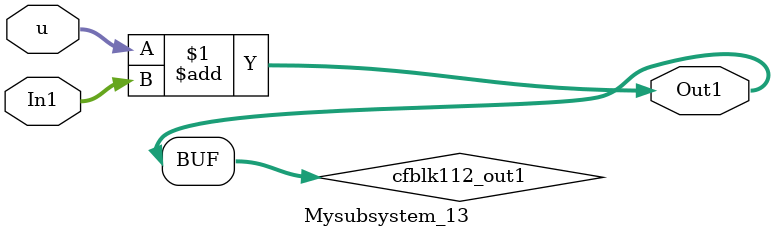
<source format=v>



`timescale 1 ns / 1 ns

module Mysubsystem_13
          (In1,
           u,
           Out1);


  input   [7:0] In1;  // uint8
  input   [7:0] u;  // uint8
  output  [7:0] Out1;  // uint8


  wire [7:0] cfblk112_out1;  // uint8


  assign cfblk112_out1 = u + In1;



  assign Out1 = cfblk112_out1;

endmodule  // Mysubsystem_13


</source>
